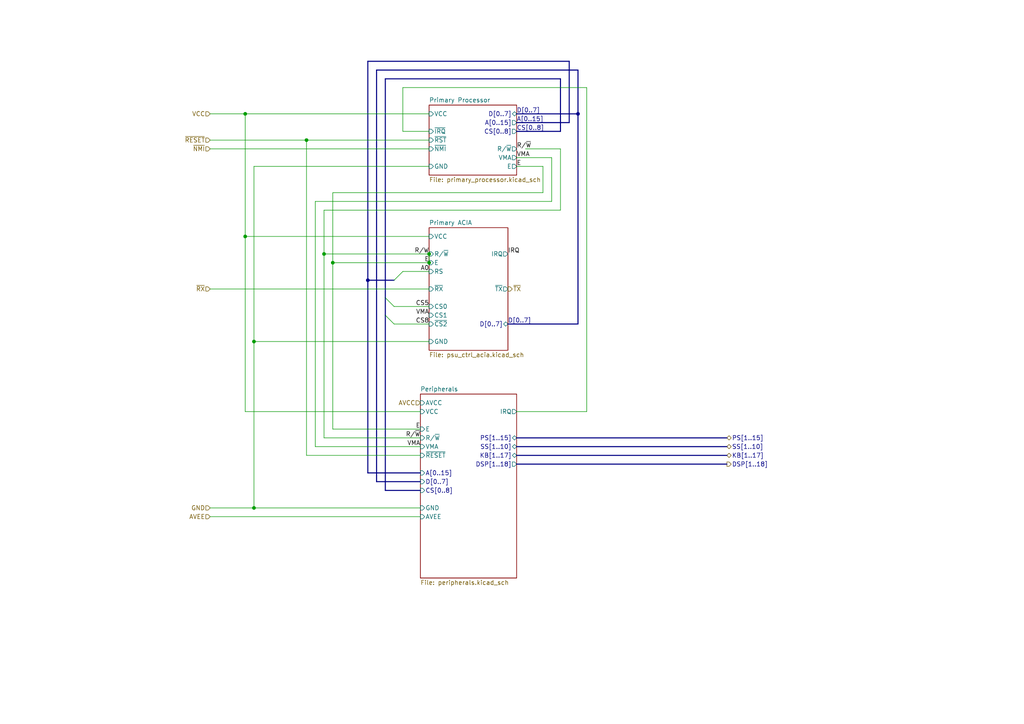
<source format=kicad_sch>
(kicad_sch (version 20211123) (generator eeschema)
  (paper "A4")
  (lib_symbols)
  (junction (at 124.46 76.2))
  (junction (at 73.66 99.06))
  (junction (at 73.66 147.32))
  (junction (at 167.64 33.02))
  (junction (at 93.98 73.66))
  (junction (at 124.46 73.66))
  (junction (at 106.68 81.28))
  (junction (at 71.12 33.02))
  (junction (at 96.52 76.2))
  (junction (at 88.9 40.64))
  (junction (at 71.12 68.58))
  (bus_entry (at 116.84 78.74) (size -2.54 2.54))
  (bus_entry (at 111.76 86.36) (size 2.54 2.54))
  (bus_entry (at 111.76 91.44) (size 2.54 2.54))
  (wire (pts (xy 71.12 33.02) (xy 71.12 68.58)))
  (bus (pts (xy 106.68 17.78) (xy 165.1 17.78)))
  (wire (pts (xy 93.98 73.66) (xy 93.98 127)))
  (bus (pts (xy 149.86 38.1) (xy 162.56 38.1)))
  (wire (pts (xy 114.3 88.9) (xy 124.46 88.9)))
  (wire (pts (xy 149.86 119.38) (xy 170.18 119.38)))
  (wire (pts (xy 160.02 58.42) (xy 91.44 58.42)))
  (wire (pts (xy 170.18 25.4) (xy 116.84 25.4)))
  (wire (pts (xy 170.18 119.38) (xy 170.18 25.4)))
  (wire (pts (xy 96.52 76.2) (xy 96.52 124.46)))
  (bus (pts (xy 149.86 127) (xy 210.82 127)))
  (bus (pts (xy 149.86 132.08) (xy 210.82 132.08)))
  (wire (pts (xy 124.46 76.2) (xy 124.46 73.66)))
  (wire (pts (xy 121.92 132.08) (xy 88.9 132.08)))
  (wire (pts (xy 149.86 48.26) (xy 157.48 48.26)))
  (wire (pts (xy 160.02 45.72) (xy 160.02 58.42)))
  (bus (pts (xy 165.1 17.78) (xy 165.1 35.56)))
  (bus (pts (xy 149.86 129.54) (xy 210.82 129.54)))
  (wire (pts (xy 93.98 127) (xy 121.92 127)))
  (wire (pts (xy 149.86 45.72) (xy 160.02 45.72)))
  (bus (pts (xy 162.56 22.86) (xy 111.76 22.86)))
  (bus (pts (xy 149.86 33.02) (xy 167.64 33.02)))
  (wire (pts (xy 60.96 147.32) (xy 73.66 147.32)))
  (bus (pts (xy 109.22 139.7) (xy 109.22 20.32)))
  (wire (pts (xy 116.84 25.4) (xy 116.84 38.1)))
  (bus (pts (xy 149.86 35.56) (xy 165.1 35.56)))
  (bus (pts (xy 121.92 137.16) (xy 106.68 137.16)))
  (bus (pts (xy 111.76 86.36) (xy 111.76 91.44)))
  (bus (pts (xy 106.68 81.28) (xy 106.68 137.16)))
  (wire (pts (xy 73.66 99.06) (xy 73.66 147.32)))
  (wire (pts (xy 124.46 48.26) (xy 73.66 48.26)))
  (wire (pts (xy 116.84 38.1) (xy 124.46 38.1)))
  (wire (pts (xy 162.56 60.96) (xy 93.98 60.96)))
  (wire (pts (xy 88.9 40.64) (xy 124.46 40.64)))
  (wire (pts (xy 60.96 83.82) (xy 124.46 83.82)))
  (wire (pts (xy 71.12 33.02) (xy 124.46 33.02)))
  (bus (pts (xy 121.92 139.7) (xy 109.22 139.7)))
  (bus (pts (xy 167.64 20.32) (xy 167.64 33.02)))
  (bus (pts (xy 106.68 81.28) (xy 114.3 81.28)))
  (wire (pts (xy 60.96 40.64) (xy 88.9 40.64)))
  (wire (pts (xy 71.12 68.58) (xy 124.46 68.58)))
  (bus (pts (xy 111.76 142.24) (xy 121.92 142.24)))
  (bus (pts (xy 149.86 134.62) (xy 210.82 134.62)))
  (wire (pts (xy 73.66 48.26) (xy 73.66 99.06)))
  (bus (pts (xy 106.68 17.78) (xy 106.68 81.28)))
  (wire (pts (xy 93.98 60.96) (xy 93.98 73.66)))
  (bus (pts (xy 162.56 38.1) (xy 162.56 22.86)))
  (wire (pts (xy 157.48 55.88) (xy 96.52 55.88)))
  (wire (pts (xy 60.96 149.86) (xy 121.92 149.86)))
  (wire (pts (xy 60.96 33.02) (xy 71.12 33.02)))
  (wire (pts (xy 88.9 40.64) (xy 88.9 132.08)))
  (wire (pts (xy 114.3 93.98) (xy 124.46 93.98)))
  (wire (pts (xy 157.48 48.26) (xy 157.48 55.88)))
  (wire (pts (xy 124.46 78.74) (xy 116.84 78.74)))
  (bus (pts (xy 167.64 33.02) (xy 167.64 93.98)))
  (wire (pts (xy 96.52 124.46) (xy 121.92 124.46)))
  (bus (pts (xy 111.76 91.44) (xy 111.76 142.24)))
  (wire (pts (xy 162.56 43.18) (xy 162.56 60.96)))
  (wire (pts (xy 121.92 119.38) (xy 71.12 119.38)))
  (wire (pts (xy 71.12 68.58) (xy 71.12 119.38)))
  (wire (pts (xy 96.52 55.88) (xy 96.52 76.2)))
  (bus (pts (xy 167.64 93.98) (xy 147.32 93.98)))
  (bus (pts (xy 111.76 22.86) (xy 111.76 86.36)))
  (wire (pts (xy 60.96 43.18) (xy 124.46 43.18)))
  (wire (pts (xy 73.66 99.06) (xy 124.46 99.06)))
  (wire (pts (xy 73.66 147.32) (xy 121.92 147.32)))
  (wire (pts (xy 91.44 58.42) (xy 91.44 129.54)))
  (wire (pts (xy 91.44 129.54) (xy 121.92 129.54)))
  (wire (pts (xy 152.4 43.18) (xy 162.56 43.18)))
  (wire (pts (xy 96.52 76.2) (xy 124.46 76.2)))
  (wire (pts (xy 93.98 73.66) (xy 124.46 73.66)))
  (bus (pts (xy 109.22 20.32) (xy 167.64 20.32)))
  (label "E" (at 149.86 48.26 0))
  (label "VMA" (at 121.92 129.54 180))
  (label "CS[0..8]" (at 149.86 38.1 0))
  (label "IRQ" (at 147.32 73.66 0))
  (label "R{slash}~{W}" (at 149.86 43.18 0))
  (label "A0" (at 124.46 78.74 180))
  (label "CS8" (at 124.46 93.98 180))
  (label "R{slash}W" (at 124.46 73.66 180))
  (label "R{slash}~{W}" (at 121.92 127 180))
  (label "VMA" (at 124.46 91.44 180))
  (label "VMA" (at 149.86 45.72 0))
  (label "D[0..7]" (at 147.32 93.98 0))
  (label "E" (at 121.92 124.46 180))
  (label "CS5" (at 124.46 88.9 180))
  (label "D[0..7]" (at 149.86 33.02 0))
  (label "A[0..15]" (at 149.86 35.56 0))
  (label "E" (at 124.46 76.2 180))
  (hierarchical_label "DSP[1..18]" (shape output) (at 210.82 134.62 0))
  (hierarchical_label "~{RX}" (shape input) (at 60.96 83.82 180))
  (hierarchical_label "~{RESET}" (shape input) (at 60.96 40.64 180))
  (hierarchical_label "AVEE" (shape input) (at 60.96 149.86 180))
  (hierarchical_label "GND" (shape input) (at 60.96 147.32 180))
  (hierarchical_label "SS[1..10]" (shape bidirectional) (at 210.82 129.54 0))
  (hierarchical_label "~{TX}" (shape output) (at 147.32 83.82 0))
  (hierarchical_label "~{NMI}" (shape input) (at 60.96 43.18 180))
  (hierarchical_label "AVCC" (shape input) (at 121.92 116.84 180))
  (hierarchical_label "KB[1..17]" (shape bidirectional) (at 210.82 132.08 0))
  (hierarchical_label "VCC" (shape input) (at 60.96 33.02 180))
  (hierarchical_label "PS[1..15]" (shape bidirectional) (at 210.82 127 0))
  (sheet (at 124.46 66.04) (size 22.86 35.56) (stroke (width 0.1524))
    (property "Sheet name" "Primary ACIA" (at 124.46 65.3284 0) (effects (justify left bottom)))
    (property "Sheet file" "psu_ctrl_acia.kicad_sch" (at 124.46 102.1846 0) (effects (justify left top)))
    (pin "IRQ" output (at 147.32 73.66 0))
    (pin "VCC" input (at 124.46 68.58 180))
    (pin "~{RX}" input (at 124.46 83.82 180))
    (pin "GND" input (at 124.46 99.06 180))
    (pin "D[0..7]" bidirectional (at 147.32 93.98 0))
    (pin "CS0" input (at 124.46 88.9 180))
    (pin "CS1" input (at 124.46 91.44 180))
    (pin "R{slash}~{W}" input (at 124.46 73.66 180))
    (pin "E" input (at 124.46 76.2 180))
    (pin "~{CS2}" input (at 124.46 93.98 180))
    (pin "RS" input (at 124.46 78.74 180))
    (pin "~{TX}" output (at 147.32 83.82 0))
  )
  (sheet (at 124.46 30.48) (size 25.4 20.32) (stroke (width 0.1524))
    (property "Sheet name" "Primary Processor" (at 124.46 29.7684 0) (effects (justify left bottom)))
    (property "Sheet file" "primary_processor.kicad_sch" (at 124.46 51.3846 0) (effects (justify left top)))
    (pin "A[0..15]" output (at 149.86 35.56 0))
    (pin "R{slash}~{W}" output (at 149.86 43.18 0))
    (pin "E" output (at 149.86 48.26 0))
    (pin "VMA" output (at 149.86 45.72 0))
    (pin "GND" input (at 124.46 48.26 180))
    (pin "VCC" input (at 124.46 33.02 180))
    (pin "CS[0..8]" output (at 149.86 38.1 0))
    (pin "D[0..7]" bidirectional (at 149.86 33.02 0))
    (pin "~{RST}" input (at 124.46 40.64 180))
    (pin "~{IRQ}" input (at 124.46 38.1 180))
    (pin "~{NMI}" input (at 124.46 43.18 180))
  )
  (sheet (at 121.92 114.3) (size 27.94 53.34) (stroke (width 0.1524))
    (property "Sheet name" "Peripherals" (at 121.92 113.5884 0) (effects (justify left bottom)))
    (property "Sheet file" "peripherals.kicad_sch" (at 121.92 168.2246 0) (effects (justify left top)))
    (pin "D[0..7]" input (at 121.92 139.7 180))
    (pin "CS[0..8]" input (at 121.92 142.24 180))
    (pin "VCC" input (at 121.92 119.38 180))
    (pin "~{RESET}" input (at 121.92 132.08 180))
    (pin "GND" input (at 121.92 147.32 180))
    (pin "R{slash}~{W}" input (at 121.92 127 180))
    (pin "E" input (at 121.92 124.46 180))
    (pin "IRQ" output (at 149.86 119.38 0))
    (pin "A[0..15]" input (at 121.92 137.16 180))
    (pin "VMA" input (at 121.92 129.54 180))
    (pin "AVEE" input (at 121.92 149.86 180))
    (pin "AVCC" input (at 121.92 116.84 180))
    (pin "SS[1..10]" bidirectional (at 149.86 129.54 0))
    (pin "PS[1..15]" bidirectional (at 149.86 127 0))
    (pin "KB[1..17]" bidirectional (at 149.86 132.08 0))
    (pin "DSP[1..18]" output (at 149.86 134.62 0))
  )
)
</source>
